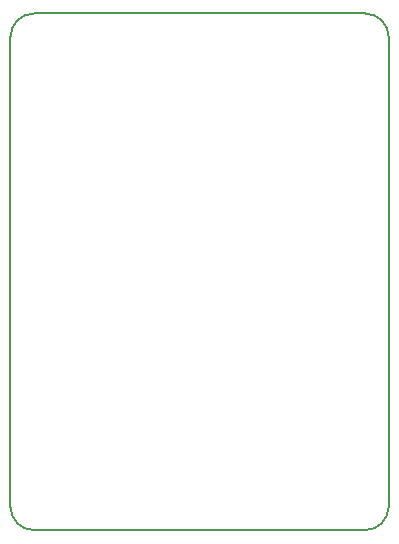
<source format=gbr>
G04 #@! TF.FileFunction,Profile,NP*
%FSLAX46Y46*%
G04 Gerber Fmt 4.6, Leading zero omitted, Abs format (unit mm)*
G04 Created by KiCad (PCBNEW 4.0.4+e1-6308~48~ubuntu16.04.1-stable) date Mon Jan 22 19:58:00 2018*
%MOMM*%
%LPD*%
G01*
G04 APERTURE LIST*
%ADD10C,0.100000*%
%ADD11C,0.150000*%
G04 APERTURE END LIST*
D10*
D11*
X102000000Y-143750000D02*
G75*
G02X100000000Y-141750000I0J2000000D01*
G01*
X130030000Y-143750000D02*
G75*
G03X132030000Y-141750000I0J2000000D01*
G01*
X132030000Y-102000000D02*
G75*
G03X130030000Y-100000000I-2000000J0D01*
G01*
X102000000Y-100000000D02*
G75*
G03X100000000Y-102000000I0J-2000000D01*
G01*
X100000000Y-141750000D02*
X100000000Y-102000000D01*
X130030000Y-143750000D02*
X102000000Y-143750000D01*
X132030000Y-102000000D02*
X132030000Y-141750000D01*
X102000000Y-100000000D02*
X130030000Y-100000000D01*
M02*

</source>
